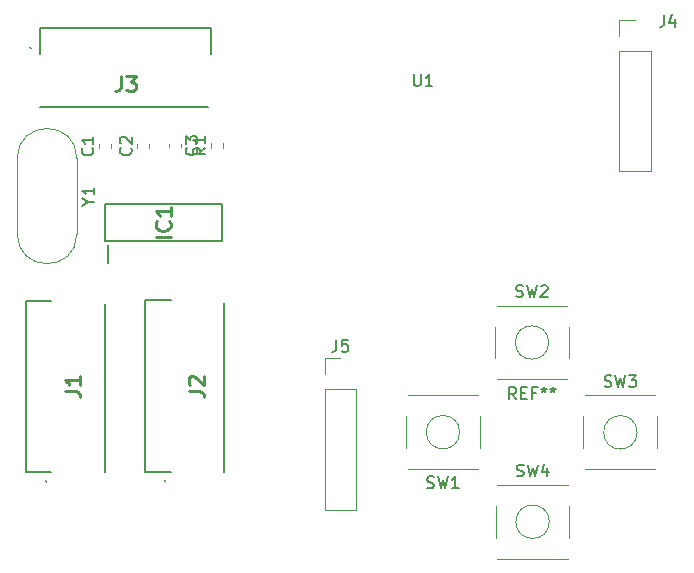
<source format=gto>
%TF.GenerationSoftware,KiCad,Pcbnew,(5.1.9)-1*%
%TF.CreationDate,2021-07-20T01:30:18-07:00*%
%TF.ProjectId,retrocution-usb-hub,72657472-6f63-4757-9469-6f6e2d757362,rev?*%
%TF.SameCoordinates,Original*%
%TF.FileFunction,Legend,Top*%
%TF.FilePolarity,Positive*%
%FSLAX46Y46*%
G04 Gerber Fmt 4.6, Leading zero omitted, Abs format (unit mm)*
G04 Created by KiCad (PCBNEW (5.1.9)-1) date 2021-07-20 01:30:18*
%MOMM*%
%LPD*%
G01*
G04 APERTURE LIST*
%ADD10C,0.120000*%
%ADD11C,0.200000*%
%ADD12C,0.100000*%
%ADD13C,0.150000*%
%ADD14C,0.254000*%
G04 APERTURE END LIST*
D10*
%TO.C,SW4*%
X175336974Y-126024200D02*
G75*
G03*
X175336974Y-126024200I-1414214J0D01*
G01*
X170952760Y-129144200D02*
X176892760Y-129144200D01*
X170952760Y-122904200D02*
X176892760Y-122904200D01*
X170802760Y-127364200D02*
X170802760Y-124684200D01*
X177042760Y-124684200D02*
X177042760Y-127364200D01*
%TO.C,SW3*%
X184474800Y-117109920D02*
X184474800Y-119789920D01*
X178234800Y-119789920D02*
X178234800Y-117109920D01*
X178384800Y-115329920D02*
X184324800Y-115329920D01*
X178384800Y-121569920D02*
X184324800Y-121569920D01*
X182769014Y-118449920D02*
G75*
G03*
X182769014Y-118449920I-1414214J0D01*
G01*
%TO.C,SW2*%
X175286174Y-110845160D02*
G75*
G03*
X175286174Y-110845160I-1414214J0D01*
G01*
X170901960Y-113965160D02*
X176841960Y-113965160D01*
X170901960Y-107725160D02*
X176841960Y-107725160D01*
X170751960Y-112185160D02*
X170751960Y-109505160D01*
X176991960Y-109505160D02*
X176991960Y-112185160D01*
%TO.C,SW1*%
X163215640Y-119775560D02*
X163215640Y-117095560D01*
X169455640Y-117095560D02*
X169455640Y-119775560D01*
X169305640Y-121555560D02*
X163365640Y-121555560D01*
X169305640Y-115315560D02*
X163365640Y-115315560D01*
X167749854Y-118435560D02*
G75*
G03*
X167749854Y-118435560I-1414214J0D01*
G01*
%TO.C,J5*%
X156322720Y-112177520D02*
X157652720Y-112177520D01*
X156322720Y-113507520D02*
X156322720Y-112177520D01*
X156322720Y-114777520D02*
X158982720Y-114777520D01*
X158982720Y-114777520D02*
X158982720Y-124997520D01*
X156322720Y-114777520D02*
X156322720Y-124997520D01*
X156322720Y-124997520D02*
X158982720Y-124997520D01*
%TO.C,J4*%
X181265520Y-83541560D02*
X182595520Y-83541560D01*
X181265520Y-84871560D02*
X181265520Y-83541560D01*
X181265520Y-86141560D02*
X183925520Y-86141560D01*
X183925520Y-86141560D02*
X183925520Y-96361560D01*
X181265520Y-86141560D02*
X181265520Y-96361560D01*
X181265520Y-96361560D02*
X183925520Y-96361560D01*
%TO.C,Y1*%
X130291600Y-95252000D02*
X130291600Y-101652000D01*
X135341600Y-95252000D02*
X135341600Y-101652000D01*
X130291600Y-101652000D02*
G75*
G03*
X135341600Y-101652000I2525000J0D01*
G01*
X130291600Y-95252000D02*
G75*
G02*
X135341600Y-95252000I2525000J0D01*
G01*
%TO.C,R1*%
X147705340Y-94418418D02*
X147705340Y-93943902D01*
X146660340Y-94418418D02*
X146660340Y-93943902D01*
D11*
%TO.C,J3*%
X132207720Y-90880120D02*
X146457720Y-90880120D01*
X146707720Y-84190120D02*
X146707720Y-86380120D01*
X132207720Y-84190120D02*
X146707720Y-84190120D01*
X132207720Y-84190120D02*
X132207720Y-84190120D01*
X132207720Y-86380120D02*
X132207720Y-84190120D01*
X132207720Y-86380120D02*
X132207720Y-86380120D01*
X132207720Y-86380120D02*
X132207720Y-86380120D01*
D12*
X131357720Y-85880120D02*
X131357720Y-85880120D01*
X131457720Y-85880120D02*
X131457720Y-85880120D01*
X131357720Y-85880120D02*
G75*
G02*
X131457720Y-85880120I50000J0D01*
G01*
X131457720Y-85880120D02*
G75*
G02*
X131357720Y-85880120I-50000J0D01*
G01*
D11*
%TO.C,J2*%
X147788640Y-121772760D02*
X147788640Y-107522760D01*
X141098640Y-107272760D02*
X143288640Y-107272760D01*
X141098640Y-121772760D02*
X141098640Y-107272760D01*
X141098640Y-121772760D02*
X141098640Y-121772760D01*
X143288640Y-121772760D02*
X141098640Y-121772760D01*
X143288640Y-121772760D02*
X143288640Y-121772760D01*
X143288640Y-121772760D02*
X143288640Y-121772760D01*
D12*
X142788640Y-122622760D02*
X142788640Y-122622760D01*
X142788640Y-122522760D02*
X142788640Y-122522760D01*
X142788640Y-122622760D02*
G75*
G02*
X142788640Y-122522760I0J50000D01*
G01*
X142788640Y-122522760D02*
G75*
G02*
X142788640Y-122622760I0J-50000D01*
G01*
D11*
%TO.C,J1*%
X137689600Y-121793960D02*
X137689600Y-107543960D01*
X130999600Y-107293960D02*
X133189600Y-107293960D01*
X130999600Y-121793960D02*
X130999600Y-107293960D01*
X130999600Y-121793960D02*
X130999600Y-121793960D01*
X133189600Y-121793960D02*
X130999600Y-121793960D01*
X133189600Y-121793960D02*
X133189600Y-121793960D01*
X133189600Y-121793960D02*
X133189600Y-121793960D01*
D12*
X132689600Y-122643960D02*
X132689600Y-122643960D01*
X132689600Y-122543960D02*
X132689600Y-122543960D01*
X132689600Y-122643960D02*
G75*
G02*
X132689600Y-122543960I0J50000D01*
G01*
X132689600Y-122543960D02*
G75*
G02*
X132689600Y-122643960I0J-50000D01*
G01*
D11*
%TO.C,IC1*%
X137972280Y-104155520D02*
X137972280Y-102630520D01*
X147652280Y-102280520D02*
X137752280Y-102280520D01*
X147652280Y-99080520D02*
X147652280Y-102280520D01*
X137752280Y-99080520D02*
X147652280Y-99080520D01*
X137752280Y-102280520D02*
X137752280Y-99080520D01*
D10*
%TO.C,C3*%
X143157480Y-94032460D02*
X143157480Y-94313620D01*
X144177480Y-94032460D02*
X144177480Y-94313620D01*
%TO.C,C2*%
X141464760Y-94336180D02*
X141464760Y-94055020D01*
X140444760Y-94336180D02*
X140444760Y-94055020D01*
%TO.C,C1*%
X138228800Y-94351420D02*
X138228800Y-94070260D01*
X137208800Y-94351420D02*
X137208800Y-94070260D01*
%TO.C,REF\u002A\u002A*%
D13*
X172534746Y-115641780D02*
X172201413Y-115165590D01*
X171963318Y-115641780D02*
X171963318Y-114641780D01*
X172344270Y-114641780D01*
X172439508Y-114689400D01*
X172487127Y-114737019D01*
X172534746Y-114832257D01*
X172534746Y-114975114D01*
X172487127Y-115070352D01*
X172439508Y-115117971D01*
X172344270Y-115165590D01*
X171963318Y-115165590D01*
X172963318Y-115117971D02*
X173296651Y-115117971D01*
X173439508Y-115641780D02*
X172963318Y-115641780D01*
X172963318Y-114641780D01*
X173439508Y-114641780D01*
X174201413Y-115117971D02*
X173868080Y-115117971D01*
X173868080Y-115641780D02*
X173868080Y-114641780D01*
X174344270Y-114641780D01*
X174868080Y-114641780D02*
X174868080Y-114879876D01*
X174629984Y-114784638D02*
X174868080Y-114879876D01*
X175106175Y-114784638D01*
X174725222Y-115070352D02*
X174868080Y-114879876D01*
X175010937Y-115070352D01*
X175629984Y-114641780D02*
X175629984Y-114879876D01*
X175391889Y-114784638D02*
X175629984Y-114879876D01*
X175868080Y-114784638D01*
X175487127Y-115070352D02*
X175629984Y-114879876D01*
X175772841Y-115070352D01*
%TO.C,U1*%
X163875815Y-88123780D02*
X163875815Y-88933304D01*
X163923434Y-89028542D01*
X163971053Y-89076161D01*
X164066291Y-89123780D01*
X164256767Y-89123780D01*
X164352005Y-89076161D01*
X164399624Y-89028542D01*
X164447243Y-88933304D01*
X164447243Y-88123780D01*
X165447243Y-89123780D02*
X164875815Y-89123780D01*
X165161529Y-89123780D02*
X165161529Y-88123780D01*
X165066291Y-88266638D01*
X164971053Y-88361876D01*
X164875815Y-88409495D01*
%TO.C,SW4*%
X172589426Y-122128961D02*
X172732283Y-122176580D01*
X172970379Y-122176580D01*
X173065617Y-122128961D01*
X173113236Y-122081342D01*
X173160855Y-121986104D01*
X173160855Y-121890866D01*
X173113236Y-121795628D01*
X173065617Y-121748009D01*
X172970379Y-121700390D01*
X172779902Y-121652771D01*
X172684664Y-121605152D01*
X172637045Y-121557533D01*
X172589426Y-121462295D01*
X172589426Y-121367057D01*
X172637045Y-121271819D01*
X172684664Y-121224200D01*
X172779902Y-121176580D01*
X173017998Y-121176580D01*
X173160855Y-121224200D01*
X173494188Y-121176580D02*
X173732283Y-122176580D01*
X173922760Y-121462295D01*
X174113236Y-122176580D01*
X174351331Y-121176580D01*
X175160855Y-121509914D02*
X175160855Y-122176580D01*
X174922760Y-121128961D02*
X174684664Y-121843247D01*
X175303712Y-121843247D01*
%TO.C,SW3*%
X180021466Y-114554681D02*
X180164323Y-114602300D01*
X180402419Y-114602300D01*
X180497657Y-114554681D01*
X180545276Y-114507062D01*
X180592895Y-114411824D01*
X180592895Y-114316586D01*
X180545276Y-114221348D01*
X180497657Y-114173729D01*
X180402419Y-114126110D01*
X180211942Y-114078491D01*
X180116704Y-114030872D01*
X180069085Y-113983253D01*
X180021466Y-113888015D01*
X180021466Y-113792777D01*
X180069085Y-113697539D01*
X180116704Y-113649920D01*
X180211942Y-113602300D01*
X180450038Y-113602300D01*
X180592895Y-113649920D01*
X180926228Y-113602300D02*
X181164323Y-114602300D01*
X181354800Y-113888015D01*
X181545276Y-114602300D01*
X181783371Y-113602300D01*
X182069085Y-113602300D02*
X182688133Y-113602300D01*
X182354800Y-113983253D01*
X182497657Y-113983253D01*
X182592895Y-114030872D01*
X182640514Y-114078491D01*
X182688133Y-114173729D01*
X182688133Y-114411824D01*
X182640514Y-114507062D01*
X182592895Y-114554681D01*
X182497657Y-114602300D01*
X182211942Y-114602300D01*
X182116704Y-114554681D01*
X182069085Y-114507062D01*
%TO.C,SW2*%
X172538626Y-106949921D02*
X172681483Y-106997540D01*
X172919579Y-106997540D01*
X173014817Y-106949921D01*
X173062436Y-106902302D01*
X173110055Y-106807064D01*
X173110055Y-106711826D01*
X173062436Y-106616588D01*
X173014817Y-106568969D01*
X172919579Y-106521350D01*
X172729102Y-106473731D01*
X172633864Y-106426112D01*
X172586245Y-106378493D01*
X172538626Y-106283255D01*
X172538626Y-106188017D01*
X172586245Y-106092779D01*
X172633864Y-106045160D01*
X172729102Y-105997540D01*
X172967198Y-105997540D01*
X173110055Y-106045160D01*
X173443388Y-105997540D02*
X173681483Y-106997540D01*
X173871960Y-106283255D01*
X174062436Y-106997540D01*
X174300531Y-105997540D01*
X174633864Y-106092779D02*
X174681483Y-106045160D01*
X174776721Y-105997540D01*
X175014817Y-105997540D01*
X175110055Y-106045160D01*
X175157674Y-106092779D01*
X175205293Y-106188017D01*
X175205293Y-106283255D01*
X175157674Y-106426112D01*
X174586245Y-106997540D01*
X175205293Y-106997540D01*
%TO.C,SW1*%
X165002306Y-123140321D02*
X165145163Y-123187940D01*
X165383259Y-123187940D01*
X165478497Y-123140321D01*
X165526116Y-123092702D01*
X165573735Y-122997464D01*
X165573735Y-122902226D01*
X165526116Y-122806988D01*
X165478497Y-122759369D01*
X165383259Y-122711750D01*
X165192782Y-122664131D01*
X165097544Y-122616512D01*
X165049925Y-122568893D01*
X165002306Y-122473655D01*
X165002306Y-122378417D01*
X165049925Y-122283179D01*
X165097544Y-122235560D01*
X165192782Y-122187940D01*
X165430878Y-122187940D01*
X165573735Y-122235560D01*
X165907068Y-122187940D02*
X166145163Y-123187940D01*
X166335640Y-122473655D01*
X166526116Y-123187940D01*
X166764211Y-122187940D01*
X167668973Y-123187940D02*
X167097544Y-123187940D01*
X167383259Y-123187940D02*
X167383259Y-122187940D01*
X167288020Y-122330798D01*
X167192782Y-122426036D01*
X167097544Y-122473655D01*
%TO.C,J5*%
X157319386Y-110629900D02*
X157319386Y-111344186D01*
X157271767Y-111487043D01*
X157176529Y-111582281D01*
X157033672Y-111629900D01*
X156938434Y-111629900D01*
X158271767Y-110629900D02*
X157795577Y-110629900D01*
X157747958Y-111106091D01*
X157795577Y-111058472D01*
X157890815Y-111010853D01*
X158128910Y-111010853D01*
X158224148Y-111058472D01*
X158271767Y-111106091D01*
X158319386Y-111201329D01*
X158319386Y-111439424D01*
X158271767Y-111534662D01*
X158224148Y-111582281D01*
X158128910Y-111629900D01*
X157890815Y-111629900D01*
X157795577Y-111582281D01*
X157747958Y-111534662D01*
%TO.C,J4*%
X185061266Y-83109820D02*
X185061266Y-83824106D01*
X185013647Y-83966963D01*
X184918409Y-84062201D01*
X184775552Y-84109820D01*
X184680314Y-84109820D01*
X185966028Y-83443154D02*
X185966028Y-84109820D01*
X185727933Y-83062201D02*
X185489838Y-83776487D01*
X186108885Y-83776487D01*
%TO.C,Y1*%
X136317790Y-98928190D02*
X136793980Y-98928190D01*
X135793980Y-99261523D02*
X136317790Y-98928190D01*
X135793980Y-98594857D01*
X136793980Y-97737714D02*
X136793980Y-98309142D01*
X136793980Y-98023428D02*
X135793980Y-98023428D01*
X135936838Y-98118666D01*
X136032076Y-98213904D01*
X136079695Y-98309142D01*
%TO.C,R1*%
X146205220Y-94347826D02*
X145729030Y-94681160D01*
X146205220Y-94919255D02*
X145205220Y-94919255D01*
X145205220Y-94538302D01*
X145252840Y-94443064D01*
X145300459Y-94395445D01*
X145395697Y-94347826D01*
X145538554Y-94347826D01*
X145633792Y-94395445D01*
X145681411Y-94443064D01*
X145729030Y-94538302D01*
X145729030Y-94919255D01*
X146205220Y-93395445D02*
X146205220Y-93966874D01*
X146205220Y-93681160D02*
X145205220Y-93681160D01*
X145348078Y-93776398D01*
X145443316Y-93871636D01*
X145490935Y-93966874D01*
%TO.C,J3*%
D14*
X139048066Y-88295963D02*
X139048066Y-89203106D01*
X138987590Y-89384535D01*
X138866638Y-89505487D01*
X138685209Y-89565963D01*
X138564257Y-89565963D01*
X139531876Y-88295963D02*
X140318066Y-88295963D01*
X139894733Y-88779773D01*
X140076161Y-88779773D01*
X140197114Y-88840249D01*
X140257590Y-88900725D01*
X140318066Y-89021678D01*
X140318066Y-89324059D01*
X140257590Y-89445011D01*
X140197114Y-89505487D01*
X140076161Y-89565963D01*
X139713304Y-89565963D01*
X139592352Y-89505487D01*
X139531876Y-89445011D01*
%TO.C,J2*%
X144800803Y-114946853D02*
X145707946Y-114946853D01*
X145889375Y-115007329D01*
X146010327Y-115128281D01*
X146070803Y-115309710D01*
X146070803Y-115430662D01*
X144921756Y-114402567D02*
X144861280Y-114342091D01*
X144800803Y-114221139D01*
X144800803Y-113918758D01*
X144861280Y-113797805D01*
X144921756Y-113737329D01*
X145042708Y-113676853D01*
X145163660Y-113676853D01*
X145345089Y-113737329D01*
X146070803Y-114463043D01*
X146070803Y-113676853D01*
%TO.C,J1*%
X134330923Y-114946853D02*
X135238066Y-114946853D01*
X135419495Y-115007329D01*
X135540447Y-115128281D01*
X135600923Y-115309710D01*
X135600923Y-115430662D01*
X135600923Y-113676853D02*
X135600923Y-114402567D01*
X135600923Y-114039710D02*
X134330923Y-114039710D01*
X134512352Y-114160662D01*
X134633304Y-114281615D01*
X134693780Y-114402567D01*
%TO.C,IC1*%
X143276803Y-101920281D02*
X142006803Y-101920281D01*
X143155851Y-100589805D02*
X143216327Y-100650281D01*
X143276803Y-100831710D01*
X143276803Y-100952662D01*
X143216327Y-101134091D01*
X143095375Y-101255043D01*
X142974422Y-101315520D01*
X142732518Y-101375996D01*
X142551089Y-101375996D01*
X142309184Y-101315520D01*
X142188232Y-101255043D01*
X142067280Y-101134091D01*
X142006803Y-100952662D01*
X142006803Y-100831710D01*
X142067280Y-100650281D01*
X142127756Y-100589805D01*
X143276803Y-99380281D02*
X143276803Y-100105996D01*
X143276803Y-99743139D02*
X142006803Y-99743139D01*
X142188232Y-99864091D01*
X142309184Y-99985043D01*
X142369660Y-100105996D01*
%TO.C,C3*%
D13*
X145454622Y-94339706D02*
X145502241Y-94387325D01*
X145549860Y-94530182D01*
X145549860Y-94625420D01*
X145502241Y-94768278D01*
X145407003Y-94863516D01*
X145311765Y-94911135D01*
X145121289Y-94958754D01*
X144978432Y-94958754D01*
X144787956Y-94911135D01*
X144692718Y-94863516D01*
X144597480Y-94768278D01*
X144549860Y-94625420D01*
X144549860Y-94530182D01*
X144597480Y-94387325D01*
X144645099Y-94339706D01*
X144549860Y-94006373D02*
X144549860Y-93387325D01*
X144930813Y-93720659D01*
X144930813Y-93577801D01*
X144978432Y-93482563D01*
X145026051Y-93434944D01*
X145121289Y-93387325D01*
X145359384Y-93387325D01*
X145454622Y-93434944D01*
X145502241Y-93482563D01*
X145549860Y-93577801D01*
X145549860Y-93863516D01*
X145502241Y-93958754D01*
X145454622Y-94006373D01*
%TO.C,C2*%
X139881902Y-94362266D02*
X139929521Y-94409885D01*
X139977140Y-94552742D01*
X139977140Y-94647980D01*
X139929521Y-94790838D01*
X139834283Y-94886076D01*
X139739045Y-94933695D01*
X139548569Y-94981314D01*
X139405712Y-94981314D01*
X139215236Y-94933695D01*
X139119998Y-94886076D01*
X139024760Y-94790838D01*
X138977140Y-94647980D01*
X138977140Y-94552742D01*
X139024760Y-94409885D01*
X139072379Y-94362266D01*
X139072379Y-93981314D02*
X139024760Y-93933695D01*
X138977140Y-93838457D01*
X138977140Y-93600361D01*
X139024760Y-93505123D01*
X139072379Y-93457504D01*
X139167617Y-93409885D01*
X139262855Y-93409885D01*
X139405712Y-93457504D01*
X139977140Y-94028933D01*
X139977140Y-93409885D01*
%TO.C,C1*%
X136645942Y-94377506D02*
X136693561Y-94425125D01*
X136741180Y-94567982D01*
X136741180Y-94663220D01*
X136693561Y-94806078D01*
X136598323Y-94901316D01*
X136503085Y-94948935D01*
X136312609Y-94996554D01*
X136169752Y-94996554D01*
X135979276Y-94948935D01*
X135884038Y-94901316D01*
X135788800Y-94806078D01*
X135741180Y-94663220D01*
X135741180Y-94567982D01*
X135788800Y-94425125D01*
X135836419Y-94377506D01*
X136741180Y-93425125D02*
X136741180Y-93996554D01*
X136741180Y-93710840D02*
X135741180Y-93710840D01*
X135884038Y-93806078D01*
X135979276Y-93901316D01*
X136026895Y-93996554D01*
%TD*%
M02*

</source>
